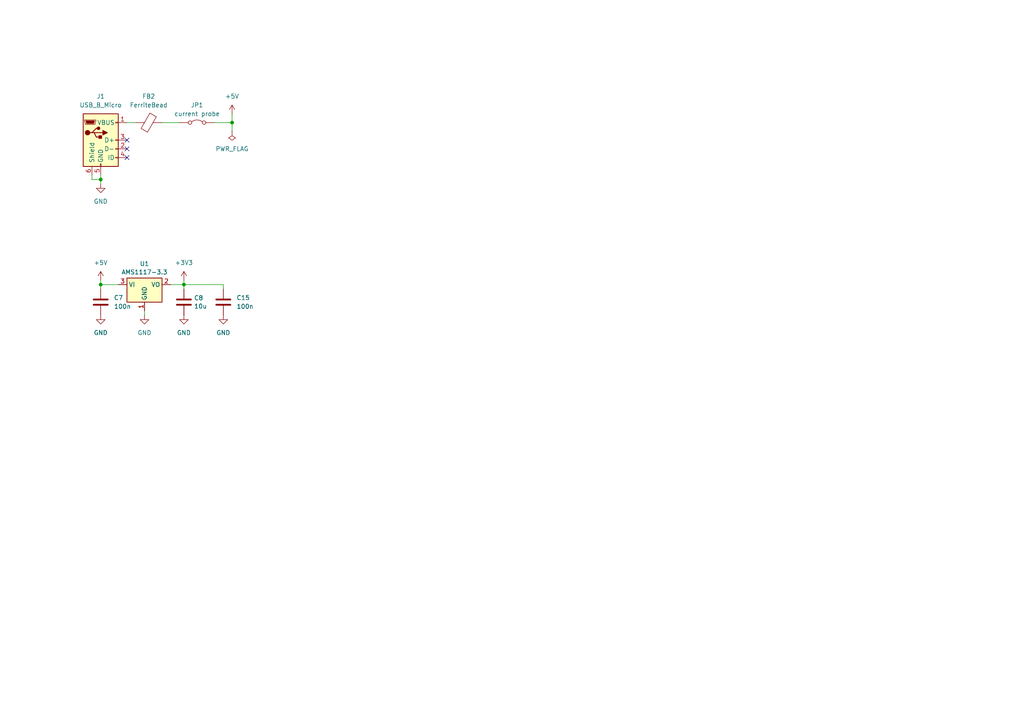
<source format=kicad_sch>
(kicad_sch (version 20231120) (generator "eeschema") (generator_version "8.0")
  (paper "A4")
  (lib_symbols
    (symbol "Connector:USB_B_Micro" (pin_names (offset 1.016))
      (property "Reference" "J" (at -5.08 11.43 0))
      (property "Value" "USB_B_Micro" (at -5.08 8.89 0))
      (symbol "USB_B_Micro_0_1"
        (rectangle (start -5.08 -7.62) (end 5.08 7.62) (stroke (width 0.254)) (fill (type background)))
        (circle (center -3.81 2.159) (radius 0.635) (stroke (width 0.254)) (fill (type outline)))
        (circle (center -0.635 3.429) (radius 0.381) (stroke (width 0.254)) (fill (type outline)))
        (rectangle (start -0.127 -7.62) (end 0.127 -6.858))
        (polyline (pts (xy -1.905 2.159) (xy 0.635 2.159)) (stroke (width 0.254)))
        (polyline (pts (xy -3.175 2.159) (xy -2.54 2.159) (xy -1.27 3.429) (xy -0.635 3.429)) (stroke (width 0.254)))
        (polyline (pts (xy -2.54 2.159) (xy -1.905 2.159) (xy -1.27 0.889) (xy 0 0.889)) (stroke (width 0.254)))
        (polyline (pts (xy 0.635 2.794) (xy 0.635 1.524) (xy 1.905 2.159) (xy 0.635 2.794)) (stroke (width 0.254)) (fill (type outline)))
        (polyline (pts (xy -4.318 5.588) (xy -1.778 5.588) (xy -2.032 4.826) (xy -4.064 4.826) (xy -4.318 5.588)) (fill (type outline)))
        (polyline (pts (xy -4.699 5.842) (xy -4.699 5.588) (xy -4.445 4.826) (xy -4.445 4.572) (xy -1.651 4.572) (xy -1.651 4.826) (xy -1.397 5.588) (xy -1.397 5.842) (xy -4.699 5.842)))
        (rectangle (start 0.254 1.27) (end -0.508 0.508) (stroke (width 0.254)) (fill (type outline)))
        (rectangle (start 5.08 -5.207) (end 4.318 -4.953))
        (rectangle (start 5.08 -2.667) (end 4.318 -2.413))
        (rectangle (start 5.08 -0.127) (end 4.318 0.127))
        (rectangle (start 5.08 4.953) (end 4.318 5.207))
      )
      (symbol "USB_B_Micro_1_1"
        (pin power_out line (at 7.62 5.08 180) (length 2.54) (name "VBUS") (number "1"))
        (pin bidirectional line (at 7.62 -2.54 180) (length 2.54) (name "D-") (number "2"))
        (pin bidirectional line (at 7.62 0 180) (length 2.54) (name "D+") (number "3"))
        (pin passive line (at 7.62 -5.08 180) (length 2.54) (name "ID") (number "4"))
        (pin power_out line (at 0 -10.16 90) (length 2.54) (name "GND") (number "5"))
        (pin passive line (at -2.54 -10.16 90) (length 2.54) (name "Shield") (number "6"))
      )
    )
    (symbol "Device:C" (pin_numbers hide) (pin_names (offset 0.254))
      (property "Reference" "C" (at 0.635 2.54 0))
      (property "Value" "C" (at 0.635 -2.54 0))
      (symbol "C_0_1"
        (polyline (pts (xy -2.032 -0.762) (xy 2.032 -0.762)) (stroke (width 0.508)))
        (polyline (pts (xy -2.032 0.762) (xy 2.032 0.762)) (stroke (width 0.508)))
      )
      (symbol "C_1_1"
        (pin passive line (at 0 3.81 270) (length 2.794) (name "~") (number "1"))
        (pin passive line (at 0 -3.81 90) (length 2.794) (name "~") (number "2"))
      )
    )
    (symbol "Device:FerriteBead" (pin_numbers hide) (pin_names (offset 0))
      (property "Reference" "FB" (at -3.81 0.635 90))
      (property "Value" "FerriteBead" (at 3.81 0 90))
      (symbol "FerriteBead_0_1"
        (polyline (pts (xy 0 -1.27) (xy 0 -1.2192)))
        (polyline (pts (xy 0 1.27) (xy 0 1.2954)))
        (polyline (pts (xy -2.7686 0.4064) (xy -1.7018 2.2606) (xy 2.7686 -0.3048) (xy 1.6764 -2.159) (xy -2.7686 0.4064)))
      )
      (symbol "FerriteBead_1_1"
        (pin passive line (at 0 3.81 270) (length 2.54) (name "~") (number "1"))
        (pin passive line (at 0 -3.81 90) (length 2.54) (name "~") (number "2"))
      )
    )
    (symbol "Jumper:Jumper_2_Bridged" (pin_numbers hide) (pin_names (offset 0) hide) (exclude_from_sim yes)
      (property "Reference" "JP" (at 0 1.905 0))
      (property "Value" "Jumper_2_Bridged" (at 0 -2.54 0))
      (symbol "Jumper_2_Bridged_0_0"
        (circle (center -2.032 0) (radius 0.508))
        (circle (center 2.032 0) (radius 0.508))
      )
      (symbol "Jumper_2_Bridged_0_1"
        (arc (start 1.524 0.254) (mid 0 0.762) (end -1.524 0.254))
      )
      (symbol "Jumper_2_Bridged_1_1"
        (pin passive line (at -5.08 0 0) (length 2.54) (name "A") (number "1"))
        (pin passive line (at 5.08 0 180) (length 2.54) (name "B") (number "2"))
      )
    )
    (symbol "Regulator_Linear:AMS1117-3.3"
      (property "Reference" "U" (at -3.81 3.175 0))
      (property "Value" "AMS1117-3.3" (at 0 3.175 0))
      (symbol "AMS1117-3.3_0_1"
        (rectangle (start -5.08 -5.08) (end 5.08 1.905) (stroke (width 0.254)) (fill (type background)))
      )
      (symbol "AMS1117-3.3_1_1"
        (pin power_in line (at 0 -7.62 90) (length 2.54) (name "GND") (number "1"))
        (pin power_out line (at 7.62 0 180) (length 2.54) (name "VO") (number "2"))
        (pin power_in line (at -7.62 0 0) (length 2.54) (name "VI") (number "3"))
      )
    )
    (symbol "power:+3V3" (power) (pin_numbers hide) (pin_names (offset 0) hide)
      (property "Value" "+3V3" (at 0 3.556 0))
      (symbol "+3V3_0_1"
        (polyline (pts (xy -0.762 1.27) (xy 0 2.54)))
        (polyline (pts (xy 0 0) (xy 0 2.54)))
        (polyline (pts (xy 0 2.54) (xy 0.762 1.27)))
      )
      (symbol "+3V3_1_1"
        (pin power_in line (at 0 0 90) (length 0) (name "~") (number "1"))
      )
    )
    (symbol "power:+5V" (power) (pin_numbers hide) (pin_names (offset 0) hide)
      (property "Value" "+5V" (at 0 3.556 0))
      (symbol "+5V_0_1"
        (polyline (pts (xy -0.762 1.27) (xy 0 2.54)))
        (polyline (pts (xy 0 0) (xy 0 2.54)))
        (polyline (pts (xy 0 2.54) (xy 0.762 1.27)))
      )
      (symbol "+5V_1_1"
        (pin power_in line (at 0 0 90) (length 0) (name "~") (number "1"))
      )
    )
    (symbol "power:GND" (power) (pin_numbers hide) (pin_names (offset 0) hide)
      (property "Value" "GND" (at 0 -3.81 0))
      (symbol "GND_0_1"
        (polyline (pts (xy 0 0) (xy 0 -1.27) (xy 1.27 -1.27) (xy 0 -2.54) (xy -1.27 -1.27) (xy 0 -1.27)))
      )
      (symbol "GND_1_1"
        (pin power_in line (at 0 0 270) (length 0) (name "~") (number "1"))
      )
    )
    (symbol "power:PWR_FLAG" (power) (pin_numbers hide) (pin_names (offset 0) hide)
      (property "Value" "PWR_FLAG" (at 0 3.81 0))
      (symbol "PWR_FLAG_0_0"
        (pin power_out line (at 0 0 90) (length 0) (name "~") (number "1"))
      )
      (symbol "PWR_FLAG_0_1"
        (polyline (pts (xy 0 0) (xy 0 1.27) (xy -1.016 1.905) (xy 0 2.54) (xy 1.016 1.905) (xy 0 1.27)))
      )
    )
  )
  (junction (at 67.31 35.56))
  (junction (at 29.21 52.07))
  (junction (at 29.21 82.55))
  (junction (at 53.34 82.55))
  (no_connect (at 36.83 43.18))
  (no_connect (at 36.83 40.64))
  (no_connect (at 36.83 45.72))
  (wire (pts (xy 53.34 81.28) (xy 53.34 82.55)))
  (wire (pts (xy 26.67 50.8) (xy 26.67 52.07)))
  (wire (pts (xy 26.67 52.07) (xy 29.21 52.07)))
  (wire (pts (xy 53.34 83.82) (xy 53.34 82.55)))
  (wire (pts (xy 67.31 35.56) (xy 67.31 33.02)))
  (wire (pts (xy 29.21 81.28) (xy 29.21 82.55)))
  (wire (pts (xy 41.91 91.44) (xy 41.91 90.17)))
  (wire (pts (xy 29.21 82.55) (xy 34.29 82.55)))
  (wire (pts (xy 46.99 35.56) (xy 52.07 35.56)))
  (wire (pts (xy 53.34 82.55) (xy 49.53 82.55)))
  (wire (pts (xy 53.34 82.55) (xy 64.77 82.55)))
  (wire (pts (xy 29.21 83.82) (xy 29.21 82.55)))
  (wire (pts (xy 62.23 35.56) (xy 67.31 35.56)))
  (wire (pts (xy 29.21 52.07) (xy 29.21 53.34)))
  (wire (pts (xy 29.21 52.07) (xy 29.21 50.8)))
  (wire (pts (xy 64.77 83.82) (xy 64.77 82.55)))
  (wire (pts (xy 36.83 35.56) (xy 39.37 35.56)))
  (wire (pts (xy 67.31 35.56) (xy 67.31 38.1)))
  (symbol (lib_id "power:+5V") (at 67.31 33.02 0) (unit 1)
    (property "Reference" "#PWR09" (effects (hide yes)))
    (property "Value" "+5V" (at 67.31 27.94 0))
    (property "Description" "Power symbol creates a global label with name \"+5V\"" (effects (hide yes)))
  )
  (symbol (lib_id "power:GND") (at 53.34 91.44 0) (unit 1)
    (property "Reference" "#PWR018" (effects (hide yes)))
    (property "Value" "GND" (at 53.34 96.52 0))
    (property "Description" "Power symbol creates a global label with name \"GND\" , ground" (effects (hide yes)))
  )
  (symbol (lib_id "power:+5V") (at 29.21 81.28 0) (unit 1)
    (property "Reference" "#PWR011" (effects (hide yes)))
    (property "Value" "+5V" (at 29.21 76.2 0))
    (property "Description" "Power symbol creates a global label with name \"+5V\"" (effects (hide yes)))
  )
  (symbol (lib_id "power:GND") (at 29.21 53.34 0) (unit 1)
    (property "Reference" "#PWR07" (effects (hide yes)))
    (property "Value" "GND" (at 29.21 58.42 0))
    (property "Description" "Power symbol creates a global label with name \"GND\" , ground" (effects (hide yes)))
  )
  (symbol (lib_id "Device:FerriteBead") (at 43.18 35.56 90) (unit 1)
    (property "Reference" "FB2" (at 43.1292 27.94 90))
    (property "Value" "FerriteBead" (at 43.1292 30.48 90))
    (property "Description" "Ferrite bead" (effects (hide yes)))
  )
  (symbol (lib_id "Connector:USB_B_Micro") (at 29.21 40.64 0) (unit 1)
    (property "Reference" "J1" (at 29.21 27.94 0))
    (property "Value" "USB_B_Micro" (at 29.21 30.48 0))
    (property "Footprint" "Connector_USB:USB_Micro-AB_Molex_47590-0001" (effects (hide yes)))
    (property "Description" "USB Micro Type B connector" (effects (hide yes)))
  )
  (symbol (lib_id "Device:C") (at 53.34 87.63 0) (unit 1)
    (property "Reference" "C8" (at 56.261 86.4178 0) (effects (justify left)))
    (property "Value" "10u" (at 56.261 88.8421 0) (effects (justify left)))
    (property "Description" "Unpolarized capacitor" (effects (hide yes)))
  )
  (symbol (lib_id "power:GND") (at 64.77 91.44 0) (unit 1)
    (property "Reference" "#PWR020" (effects (hide yes)))
    (property "Value" "GND" (at 64.77 96.52 0))
    (property "Description" "Power symbol creates a global label with name \"GND\" , ground" (effects (hide yes)))
  )
  (symbol (lib_id "power:PWR_FLAG") (at 67.31 38.1 180) (unit 1)
    (property "Reference" "#FLG02" (effects (hide yes)))
    (property "Value" "PWR_FLAG" (at 67.31 43.18 0))
    (property "Description" "Special symbol for telling ERC where power comes from" (effects (hide yes)))
  )
  (symbol (lib_id "power:+3V3") (at 53.34 81.28 0) (unit 1)
    (property "Reference" "#PWR017" (effects (hide yes)))
    (property "Value" "+3V3" (at 53.34 76.2 0))
    (property "Description" "Power symbol creates a global label with name \"+3V3\"" (effects (hide yes)))
  )
  (symbol (lib_id "power:GND") (at 29.21 91.44 0) (unit 1)
    (property "Reference" "#PWR012" (effects (hide yes)))
    (property "Value" "GND" (at 29.21 96.52 0))
    (property "Description" "Power symbol creates a global label with name \"GND\" , ground" (effects (hide yes)))
  )
  (symbol (lib_id "Device:C") (at 29.21 87.63 0) (mirror y) (unit 1)
    (property "Reference" "C7" (at 33.02 86.3599 0) (effects (justify right)))
    (property "Value" "100n" (at 33.02 88.8999 0) (effects (justify right)))
    (property "Description" "Unpolarized capacitor" (effects (hide yes)))
  )
  (symbol (lib_id "Regulator_Linear:AMS1117-3.3") (at 41.91 82.55 0) (unit 1)
    (property "Reference" "U1" (at 41.91 76.5005 0))
    (property "Value" "AMS1117-3.3" (at 41.91 78.9248 0))
    (property "Footprint" "Package_TO_SOT_SMD:SOT-223-3_TabPin2" (effects (hide yes)))
    (property "Datasheet" "http://www.advanced-monolithic.com/pdf/ds1117.pdf" (effects (hide yes)))
    (property "Description" "1A Low Dropout regulator, positive, 3.3V fixed output, SOT-223" (effects (hide yes)))
  )
  (symbol (lib_id "Device:C") (at 64.77 87.63 0) (unit 1)
    (property "Reference" "C15" (at 68.58 86.3599 0) (effects (justify left)))
    (property "Value" "100n" (at 68.58 88.8999 0) (effects (justify left)))
    (property "Description" "Unpolarized capacitor" (effects (hide yes)))
  )
  (symbol (lib_id "Jumper:Jumper_2_Bridged") (at 57.15 35.56 0) (unit 1) (exclude_from_sim yes)
    (property "Reference" "JP1" (at 57.15 30.48 0))
    (property "Value" "current probe" (at 57.15 33.02 0))
    (property "Description" "Jumper, 2-pole, closed/bridged" (effects (hide yes)))
  )
  (symbol (lib_id "power:GND") (at 41.91 91.44 0) (unit 1)
    (property "Reference" "#PWR016" (effects (hide yes)))
    (property "Value" "GND" (at 41.91 96.52 0))
    (property "Description" "Power symbol creates a global label with name \"GND\" , ground" (effects (hide yes)))
  )
)
</source>
